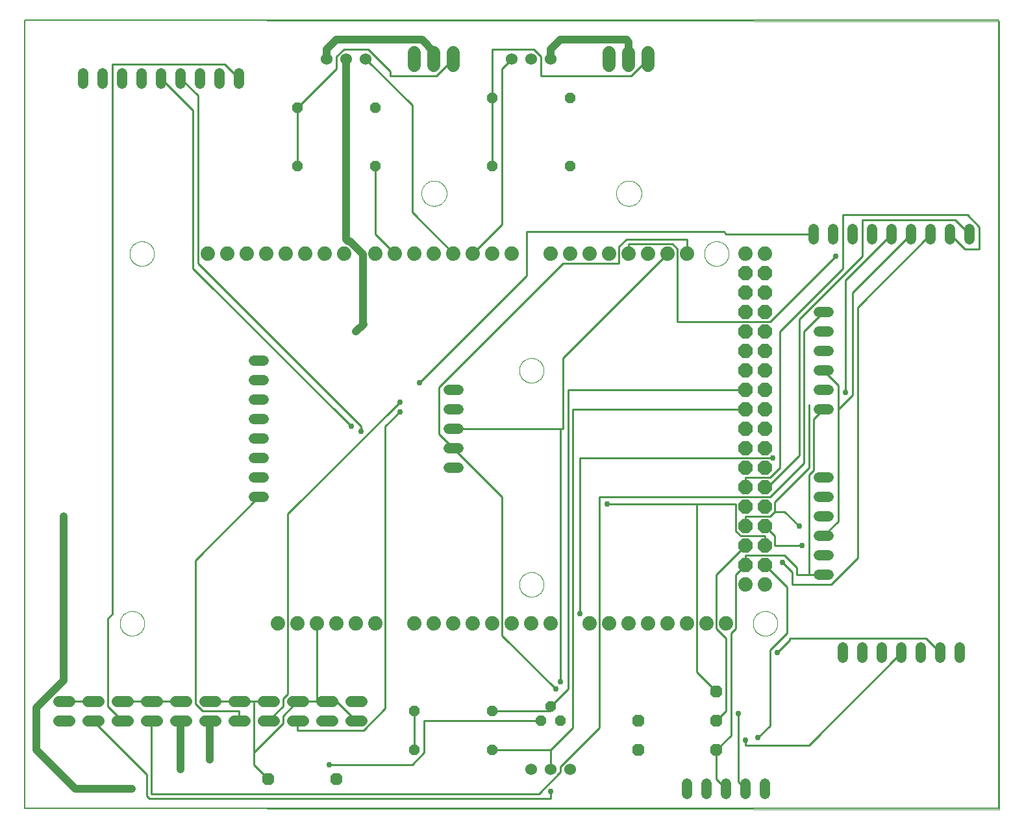
<source format=gtl>
G75*
%MOIN*%
%OFA0B0*%
%FSLAX25Y25*%
%IPPOS*%
%LPD*%
%AMOC8*
5,1,8,0,0,1.08239X$1,22.5*
%
%ADD10C,0.00000*%
%ADD11C,0.00600*%
%ADD12C,0.07400*%
%ADD13OC8,0.07400*%
%ADD14C,0.05200*%
%ADD15OC8,0.06300*%
%ADD16C,0.06000*%
%ADD17C,0.05600*%
%ADD18OC8,0.05200*%
%ADD19C,0.06600*%
%ADD20C,0.01000*%
%ADD21C,0.02978*%
%ADD22C,0.04000*%
D10*
X0026250Y0001500D02*
X0026250Y0406461D01*
X0526451Y0405961D01*
X0526451Y0001000D01*
X0026250Y0001500D01*
X0074951Y0096500D02*
X0074953Y0096658D01*
X0074959Y0096816D01*
X0074969Y0096974D01*
X0074983Y0097132D01*
X0075001Y0097289D01*
X0075022Y0097446D01*
X0075048Y0097602D01*
X0075078Y0097758D01*
X0075111Y0097913D01*
X0075149Y0098066D01*
X0075190Y0098219D01*
X0075235Y0098371D01*
X0075284Y0098522D01*
X0075337Y0098671D01*
X0075393Y0098819D01*
X0075453Y0098965D01*
X0075517Y0099110D01*
X0075585Y0099253D01*
X0075656Y0099395D01*
X0075730Y0099535D01*
X0075808Y0099672D01*
X0075890Y0099808D01*
X0075974Y0099942D01*
X0076063Y0100073D01*
X0076154Y0100202D01*
X0076249Y0100329D01*
X0076346Y0100454D01*
X0076447Y0100576D01*
X0076551Y0100695D01*
X0076658Y0100812D01*
X0076768Y0100926D01*
X0076881Y0101037D01*
X0076996Y0101146D01*
X0077114Y0101251D01*
X0077235Y0101353D01*
X0077358Y0101453D01*
X0077484Y0101549D01*
X0077612Y0101642D01*
X0077742Y0101732D01*
X0077875Y0101818D01*
X0078010Y0101902D01*
X0078146Y0101981D01*
X0078285Y0102058D01*
X0078426Y0102130D01*
X0078568Y0102200D01*
X0078712Y0102265D01*
X0078858Y0102327D01*
X0079005Y0102385D01*
X0079154Y0102440D01*
X0079304Y0102491D01*
X0079455Y0102538D01*
X0079607Y0102581D01*
X0079760Y0102620D01*
X0079915Y0102656D01*
X0080070Y0102687D01*
X0080226Y0102715D01*
X0080382Y0102739D01*
X0080539Y0102759D01*
X0080697Y0102775D01*
X0080854Y0102787D01*
X0081013Y0102795D01*
X0081171Y0102799D01*
X0081329Y0102799D01*
X0081487Y0102795D01*
X0081646Y0102787D01*
X0081803Y0102775D01*
X0081961Y0102759D01*
X0082118Y0102739D01*
X0082274Y0102715D01*
X0082430Y0102687D01*
X0082585Y0102656D01*
X0082740Y0102620D01*
X0082893Y0102581D01*
X0083045Y0102538D01*
X0083196Y0102491D01*
X0083346Y0102440D01*
X0083495Y0102385D01*
X0083642Y0102327D01*
X0083788Y0102265D01*
X0083932Y0102200D01*
X0084074Y0102130D01*
X0084215Y0102058D01*
X0084354Y0101981D01*
X0084490Y0101902D01*
X0084625Y0101818D01*
X0084758Y0101732D01*
X0084888Y0101642D01*
X0085016Y0101549D01*
X0085142Y0101453D01*
X0085265Y0101353D01*
X0085386Y0101251D01*
X0085504Y0101146D01*
X0085619Y0101037D01*
X0085732Y0100926D01*
X0085842Y0100812D01*
X0085949Y0100695D01*
X0086053Y0100576D01*
X0086154Y0100454D01*
X0086251Y0100329D01*
X0086346Y0100202D01*
X0086437Y0100073D01*
X0086526Y0099942D01*
X0086610Y0099808D01*
X0086692Y0099672D01*
X0086770Y0099535D01*
X0086844Y0099395D01*
X0086915Y0099253D01*
X0086983Y0099110D01*
X0087047Y0098965D01*
X0087107Y0098819D01*
X0087163Y0098671D01*
X0087216Y0098522D01*
X0087265Y0098371D01*
X0087310Y0098219D01*
X0087351Y0098066D01*
X0087389Y0097913D01*
X0087422Y0097758D01*
X0087452Y0097602D01*
X0087478Y0097446D01*
X0087499Y0097289D01*
X0087517Y0097132D01*
X0087531Y0096974D01*
X0087541Y0096816D01*
X0087547Y0096658D01*
X0087549Y0096500D01*
X0087547Y0096342D01*
X0087541Y0096184D01*
X0087531Y0096026D01*
X0087517Y0095868D01*
X0087499Y0095711D01*
X0087478Y0095554D01*
X0087452Y0095398D01*
X0087422Y0095242D01*
X0087389Y0095087D01*
X0087351Y0094934D01*
X0087310Y0094781D01*
X0087265Y0094629D01*
X0087216Y0094478D01*
X0087163Y0094329D01*
X0087107Y0094181D01*
X0087047Y0094035D01*
X0086983Y0093890D01*
X0086915Y0093747D01*
X0086844Y0093605D01*
X0086770Y0093465D01*
X0086692Y0093328D01*
X0086610Y0093192D01*
X0086526Y0093058D01*
X0086437Y0092927D01*
X0086346Y0092798D01*
X0086251Y0092671D01*
X0086154Y0092546D01*
X0086053Y0092424D01*
X0085949Y0092305D01*
X0085842Y0092188D01*
X0085732Y0092074D01*
X0085619Y0091963D01*
X0085504Y0091854D01*
X0085386Y0091749D01*
X0085265Y0091647D01*
X0085142Y0091547D01*
X0085016Y0091451D01*
X0084888Y0091358D01*
X0084758Y0091268D01*
X0084625Y0091182D01*
X0084490Y0091098D01*
X0084354Y0091019D01*
X0084215Y0090942D01*
X0084074Y0090870D01*
X0083932Y0090800D01*
X0083788Y0090735D01*
X0083642Y0090673D01*
X0083495Y0090615D01*
X0083346Y0090560D01*
X0083196Y0090509D01*
X0083045Y0090462D01*
X0082893Y0090419D01*
X0082740Y0090380D01*
X0082585Y0090344D01*
X0082430Y0090313D01*
X0082274Y0090285D01*
X0082118Y0090261D01*
X0081961Y0090241D01*
X0081803Y0090225D01*
X0081646Y0090213D01*
X0081487Y0090205D01*
X0081329Y0090201D01*
X0081171Y0090201D01*
X0081013Y0090205D01*
X0080854Y0090213D01*
X0080697Y0090225D01*
X0080539Y0090241D01*
X0080382Y0090261D01*
X0080226Y0090285D01*
X0080070Y0090313D01*
X0079915Y0090344D01*
X0079760Y0090380D01*
X0079607Y0090419D01*
X0079455Y0090462D01*
X0079304Y0090509D01*
X0079154Y0090560D01*
X0079005Y0090615D01*
X0078858Y0090673D01*
X0078712Y0090735D01*
X0078568Y0090800D01*
X0078426Y0090870D01*
X0078285Y0090942D01*
X0078146Y0091019D01*
X0078010Y0091098D01*
X0077875Y0091182D01*
X0077742Y0091268D01*
X0077612Y0091358D01*
X0077484Y0091451D01*
X0077358Y0091547D01*
X0077235Y0091647D01*
X0077114Y0091749D01*
X0076996Y0091854D01*
X0076881Y0091963D01*
X0076768Y0092074D01*
X0076658Y0092188D01*
X0076551Y0092305D01*
X0076447Y0092424D01*
X0076346Y0092546D01*
X0076249Y0092671D01*
X0076154Y0092798D01*
X0076063Y0092927D01*
X0075974Y0093058D01*
X0075890Y0093192D01*
X0075808Y0093328D01*
X0075730Y0093465D01*
X0075656Y0093605D01*
X0075585Y0093747D01*
X0075517Y0093890D01*
X0075453Y0094035D01*
X0075393Y0094181D01*
X0075337Y0094329D01*
X0075284Y0094478D01*
X0075235Y0094629D01*
X0075190Y0094781D01*
X0075149Y0094934D01*
X0075111Y0095087D01*
X0075078Y0095242D01*
X0075048Y0095398D01*
X0075022Y0095554D01*
X0075001Y0095711D01*
X0074983Y0095868D01*
X0074969Y0096026D01*
X0074959Y0096184D01*
X0074953Y0096342D01*
X0074951Y0096500D01*
X0279951Y0116500D02*
X0279953Y0116658D01*
X0279959Y0116816D01*
X0279969Y0116974D01*
X0279983Y0117132D01*
X0280001Y0117289D01*
X0280022Y0117446D01*
X0280048Y0117602D01*
X0280078Y0117758D01*
X0280111Y0117913D01*
X0280149Y0118066D01*
X0280190Y0118219D01*
X0280235Y0118371D01*
X0280284Y0118522D01*
X0280337Y0118671D01*
X0280393Y0118819D01*
X0280453Y0118965D01*
X0280517Y0119110D01*
X0280585Y0119253D01*
X0280656Y0119395D01*
X0280730Y0119535D01*
X0280808Y0119672D01*
X0280890Y0119808D01*
X0280974Y0119942D01*
X0281063Y0120073D01*
X0281154Y0120202D01*
X0281249Y0120329D01*
X0281346Y0120454D01*
X0281447Y0120576D01*
X0281551Y0120695D01*
X0281658Y0120812D01*
X0281768Y0120926D01*
X0281881Y0121037D01*
X0281996Y0121146D01*
X0282114Y0121251D01*
X0282235Y0121353D01*
X0282358Y0121453D01*
X0282484Y0121549D01*
X0282612Y0121642D01*
X0282742Y0121732D01*
X0282875Y0121818D01*
X0283010Y0121902D01*
X0283146Y0121981D01*
X0283285Y0122058D01*
X0283426Y0122130D01*
X0283568Y0122200D01*
X0283712Y0122265D01*
X0283858Y0122327D01*
X0284005Y0122385D01*
X0284154Y0122440D01*
X0284304Y0122491D01*
X0284455Y0122538D01*
X0284607Y0122581D01*
X0284760Y0122620D01*
X0284915Y0122656D01*
X0285070Y0122687D01*
X0285226Y0122715D01*
X0285382Y0122739D01*
X0285539Y0122759D01*
X0285697Y0122775D01*
X0285854Y0122787D01*
X0286013Y0122795D01*
X0286171Y0122799D01*
X0286329Y0122799D01*
X0286487Y0122795D01*
X0286646Y0122787D01*
X0286803Y0122775D01*
X0286961Y0122759D01*
X0287118Y0122739D01*
X0287274Y0122715D01*
X0287430Y0122687D01*
X0287585Y0122656D01*
X0287740Y0122620D01*
X0287893Y0122581D01*
X0288045Y0122538D01*
X0288196Y0122491D01*
X0288346Y0122440D01*
X0288495Y0122385D01*
X0288642Y0122327D01*
X0288788Y0122265D01*
X0288932Y0122200D01*
X0289074Y0122130D01*
X0289215Y0122058D01*
X0289354Y0121981D01*
X0289490Y0121902D01*
X0289625Y0121818D01*
X0289758Y0121732D01*
X0289888Y0121642D01*
X0290016Y0121549D01*
X0290142Y0121453D01*
X0290265Y0121353D01*
X0290386Y0121251D01*
X0290504Y0121146D01*
X0290619Y0121037D01*
X0290732Y0120926D01*
X0290842Y0120812D01*
X0290949Y0120695D01*
X0291053Y0120576D01*
X0291154Y0120454D01*
X0291251Y0120329D01*
X0291346Y0120202D01*
X0291437Y0120073D01*
X0291526Y0119942D01*
X0291610Y0119808D01*
X0291692Y0119672D01*
X0291770Y0119535D01*
X0291844Y0119395D01*
X0291915Y0119253D01*
X0291983Y0119110D01*
X0292047Y0118965D01*
X0292107Y0118819D01*
X0292163Y0118671D01*
X0292216Y0118522D01*
X0292265Y0118371D01*
X0292310Y0118219D01*
X0292351Y0118066D01*
X0292389Y0117913D01*
X0292422Y0117758D01*
X0292452Y0117602D01*
X0292478Y0117446D01*
X0292499Y0117289D01*
X0292517Y0117132D01*
X0292531Y0116974D01*
X0292541Y0116816D01*
X0292547Y0116658D01*
X0292549Y0116500D01*
X0292547Y0116342D01*
X0292541Y0116184D01*
X0292531Y0116026D01*
X0292517Y0115868D01*
X0292499Y0115711D01*
X0292478Y0115554D01*
X0292452Y0115398D01*
X0292422Y0115242D01*
X0292389Y0115087D01*
X0292351Y0114934D01*
X0292310Y0114781D01*
X0292265Y0114629D01*
X0292216Y0114478D01*
X0292163Y0114329D01*
X0292107Y0114181D01*
X0292047Y0114035D01*
X0291983Y0113890D01*
X0291915Y0113747D01*
X0291844Y0113605D01*
X0291770Y0113465D01*
X0291692Y0113328D01*
X0291610Y0113192D01*
X0291526Y0113058D01*
X0291437Y0112927D01*
X0291346Y0112798D01*
X0291251Y0112671D01*
X0291154Y0112546D01*
X0291053Y0112424D01*
X0290949Y0112305D01*
X0290842Y0112188D01*
X0290732Y0112074D01*
X0290619Y0111963D01*
X0290504Y0111854D01*
X0290386Y0111749D01*
X0290265Y0111647D01*
X0290142Y0111547D01*
X0290016Y0111451D01*
X0289888Y0111358D01*
X0289758Y0111268D01*
X0289625Y0111182D01*
X0289490Y0111098D01*
X0289354Y0111019D01*
X0289215Y0110942D01*
X0289074Y0110870D01*
X0288932Y0110800D01*
X0288788Y0110735D01*
X0288642Y0110673D01*
X0288495Y0110615D01*
X0288346Y0110560D01*
X0288196Y0110509D01*
X0288045Y0110462D01*
X0287893Y0110419D01*
X0287740Y0110380D01*
X0287585Y0110344D01*
X0287430Y0110313D01*
X0287274Y0110285D01*
X0287118Y0110261D01*
X0286961Y0110241D01*
X0286803Y0110225D01*
X0286646Y0110213D01*
X0286487Y0110205D01*
X0286329Y0110201D01*
X0286171Y0110201D01*
X0286013Y0110205D01*
X0285854Y0110213D01*
X0285697Y0110225D01*
X0285539Y0110241D01*
X0285382Y0110261D01*
X0285226Y0110285D01*
X0285070Y0110313D01*
X0284915Y0110344D01*
X0284760Y0110380D01*
X0284607Y0110419D01*
X0284455Y0110462D01*
X0284304Y0110509D01*
X0284154Y0110560D01*
X0284005Y0110615D01*
X0283858Y0110673D01*
X0283712Y0110735D01*
X0283568Y0110800D01*
X0283426Y0110870D01*
X0283285Y0110942D01*
X0283146Y0111019D01*
X0283010Y0111098D01*
X0282875Y0111182D01*
X0282742Y0111268D01*
X0282612Y0111358D01*
X0282484Y0111451D01*
X0282358Y0111547D01*
X0282235Y0111647D01*
X0282114Y0111749D01*
X0281996Y0111854D01*
X0281881Y0111963D01*
X0281768Y0112074D01*
X0281658Y0112188D01*
X0281551Y0112305D01*
X0281447Y0112424D01*
X0281346Y0112546D01*
X0281249Y0112671D01*
X0281154Y0112798D01*
X0281063Y0112927D01*
X0280974Y0113058D01*
X0280890Y0113192D01*
X0280808Y0113328D01*
X0280730Y0113465D01*
X0280656Y0113605D01*
X0280585Y0113747D01*
X0280517Y0113890D01*
X0280453Y0114035D01*
X0280393Y0114181D01*
X0280337Y0114329D01*
X0280284Y0114478D01*
X0280235Y0114629D01*
X0280190Y0114781D01*
X0280149Y0114934D01*
X0280111Y0115087D01*
X0280078Y0115242D01*
X0280048Y0115398D01*
X0280022Y0115554D01*
X0280001Y0115711D01*
X0279983Y0115868D01*
X0279969Y0116026D01*
X0279959Y0116184D01*
X0279953Y0116342D01*
X0279951Y0116500D01*
X0399951Y0096500D02*
X0399953Y0096658D01*
X0399959Y0096816D01*
X0399969Y0096974D01*
X0399983Y0097132D01*
X0400001Y0097289D01*
X0400022Y0097446D01*
X0400048Y0097602D01*
X0400078Y0097758D01*
X0400111Y0097913D01*
X0400149Y0098066D01*
X0400190Y0098219D01*
X0400235Y0098371D01*
X0400284Y0098522D01*
X0400337Y0098671D01*
X0400393Y0098819D01*
X0400453Y0098965D01*
X0400517Y0099110D01*
X0400585Y0099253D01*
X0400656Y0099395D01*
X0400730Y0099535D01*
X0400808Y0099672D01*
X0400890Y0099808D01*
X0400974Y0099942D01*
X0401063Y0100073D01*
X0401154Y0100202D01*
X0401249Y0100329D01*
X0401346Y0100454D01*
X0401447Y0100576D01*
X0401551Y0100695D01*
X0401658Y0100812D01*
X0401768Y0100926D01*
X0401881Y0101037D01*
X0401996Y0101146D01*
X0402114Y0101251D01*
X0402235Y0101353D01*
X0402358Y0101453D01*
X0402484Y0101549D01*
X0402612Y0101642D01*
X0402742Y0101732D01*
X0402875Y0101818D01*
X0403010Y0101902D01*
X0403146Y0101981D01*
X0403285Y0102058D01*
X0403426Y0102130D01*
X0403568Y0102200D01*
X0403712Y0102265D01*
X0403858Y0102327D01*
X0404005Y0102385D01*
X0404154Y0102440D01*
X0404304Y0102491D01*
X0404455Y0102538D01*
X0404607Y0102581D01*
X0404760Y0102620D01*
X0404915Y0102656D01*
X0405070Y0102687D01*
X0405226Y0102715D01*
X0405382Y0102739D01*
X0405539Y0102759D01*
X0405697Y0102775D01*
X0405854Y0102787D01*
X0406013Y0102795D01*
X0406171Y0102799D01*
X0406329Y0102799D01*
X0406487Y0102795D01*
X0406646Y0102787D01*
X0406803Y0102775D01*
X0406961Y0102759D01*
X0407118Y0102739D01*
X0407274Y0102715D01*
X0407430Y0102687D01*
X0407585Y0102656D01*
X0407740Y0102620D01*
X0407893Y0102581D01*
X0408045Y0102538D01*
X0408196Y0102491D01*
X0408346Y0102440D01*
X0408495Y0102385D01*
X0408642Y0102327D01*
X0408788Y0102265D01*
X0408932Y0102200D01*
X0409074Y0102130D01*
X0409215Y0102058D01*
X0409354Y0101981D01*
X0409490Y0101902D01*
X0409625Y0101818D01*
X0409758Y0101732D01*
X0409888Y0101642D01*
X0410016Y0101549D01*
X0410142Y0101453D01*
X0410265Y0101353D01*
X0410386Y0101251D01*
X0410504Y0101146D01*
X0410619Y0101037D01*
X0410732Y0100926D01*
X0410842Y0100812D01*
X0410949Y0100695D01*
X0411053Y0100576D01*
X0411154Y0100454D01*
X0411251Y0100329D01*
X0411346Y0100202D01*
X0411437Y0100073D01*
X0411526Y0099942D01*
X0411610Y0099808D01*
X0411692Y0099672D01*
X0411770Y0099535D01*
X0411844Y0099395D01*
X0411915Y0099253D01*
X0411983Y0099110D01*
X0412047Y0098965D01*
X0412107Y0098819D01*
X0412163Y0098671D01*
X0412216Y0098522D01*
X0412265Y0098371D01*
X0412310Y0098219D01*
X0412351Y0098066D01*
X0412389Y0097913D01*
X0412422Y0097758D01*
X0412452Y0097602D01*
X0412478Y0097446D01*
X0412499Y0097289D01*
X0412517Y0097132D01*
X0412531Y0096974D01*
X0412541Y0096816D01*
X0412547Y0096658D01*
X0412549Y0096500D01*
X0412547Y0096342D01*
X0412541Y0096184D01*
X0412531Y0096026D01*
X0412517Y0095868D01*
X0412499Y0095711D01*
X0412478Y0095554D01*
X0412452Y0095398D01*
X0412422Y0095242D01*
X0412389Y0095087D01*
X0412351Y0094934D01*
X0412310Y0094781D01*
X0412265Y0094629D01*
X0412216Y0094478D01*
X0412163Y0094329D01*
X0412107Y0094181D01*
X0412047Y0094035D01*
X0411983Y0093890D01*
X0411915Y0093747D01*
X0411844Y0093605D01*
X0411770Y0093465D01*
X0411692Y0093328D01*
X0411610Y0093192D01*
X0411526Y0093058D01*
X0411437Y0092927D01*
X0411346Y0092798D01*
X0411251Y0092671D01*
X0411154Y0092546D01*
X0411053Y0092424D01*
X0410949Y0092305D01*
X0410842Y0092188D01*
X0410732Y0092074D01*
X0410619Y0091963D01*
X0410504Y0091854D01*
X0410386Y0091749D01*
X0410265Y0091647D01*
X0410142Y0091547D01*
X0410016Y0091451D01*
X0409888Y0091358D01*
X0409758Y0091268D01*
X0409625Y0091182D01*
X0409490Y0091098D01*
X0409354Y0091019D01*
X0409215Y0090942D01*
X0409074Y0090870D01*
X0408932Y0090800D01*
X0408788Y0090735D01*
X0408642Y0090673D01*
X0408495Y0090615D01*
X0408346Y0090560D01*
X0408196Y0090509D01*
X0408045Y0090462D01*
X0407893Y0090419D01*
X0407740Y0090380D01*
X0407585Y0090344D01*
X0407430Y0090313D01*
X0407274Y0090285D01*
X0407118Y0090261D01*
X0406961Y0090241D01*
X0406803Y0090225D01*
X0406646Y0090213D01*
X0406487Y0090205D01*
X0406329Y0090201D01*
X0406171Y0090201D01*
X0406013Y0090205D01*
X0405854Y0090213D01*
X0405697Y0090225D01*
X0405539Y0090241D01*
X0405382Y0090261D01*
X0405226Y0090285D01*
X0405070Y0090313D01*
X0404915Y0090344D01*
X0404760Y0090380D01*
X0404607Y0090419D01*
X0404455Y0090462D01*
X0404304Y0090509D01*
X0404154Y0090560D01*
X0404005Y0090615D01*
X0403858Y0090673D01*
X0403712Y0090735D01*
X0403568Y0090800D01*
X0403426Y0090870D01*
X0403285Y0090942D01*
X0403146Y0091019D01*
X0403010Y0091098D01*
X0402875Y0091182D01*
X0402742Y0091268D01*
X0402612Y0091358D01*
X0402484Y0091451D01*
X0402358Y0091547D01*
X0402235Y0091647D01*
X0402114Y0091749D01*
X0401996Y0091854D01*
X0401881Y0091963D01*
X0401768Y0092074D01*
X0401658Y0092188D01*
X0401551Y0092305D01*
X0401447Y0092424D01*
X0401346Y0092546D01*
X0401249Y0092671D01*
X0401154Y0092798D01*
X0401063Y0092927D01*
X0400974Y0093058D01*
X0400890Y0093192D01*
X0400808Y0093328D01*
X0400730Y0093465D01*
X0400656Y0093605D01*
X0400585Y0093747D01*
X0400517Y0093890D01*
X0400453Y0094035D01*
X0400393Y0094181D01*
X0400337Y0094329D01*
X0400284Y0094478D01*
X0400235Y0094629D01*
X0400190Y0094781D01*
X0400149Y0094934D01*
X0400111Y0095087D01*
X0400078Y0095242D01*
X0400048Y0095398D01*
X0400022Y0095554D01*
X0400001Y0095711D01*
X0399983Y0095868D01*
X0399969Y0096026D01*
X0399959Y0096184D01*
X0399953Y0096342D01*
X0399951Y0096500D01*
X0279951Y0226500D02*
X0279953Y0226658D01*
X0279959Y0226816D01*
X0279969Y0226974D01*
X0279983Y0227132D01*
X0280001Y0227289D01*
X0280022Y0227446D01*
X0280048Y0227602D01*
X0280078Y0227758D01*
X0280111Y0227913D01*
X0280149Y0228066D01*
X0280190Y0228219D01*
X0280235Y0228371D01*
X0280284Y0228522D01*
X0280337Y0228671D01*
X0280393Y0228819D01*
X0280453Y0228965D01*
X0280517Y0229110D01*
X0280585Y0229253D01*
X0280656Y0229395D01*
X0280730Y0229535D01*
X0280808Y0229672D01*
X0280890Y0229808D01*
X0280974Y0229942D01*
X0281063Y0230073D01*
X0281154Y0230202D01*
X0281249Y0230329D01*
X0281346Y0230454D01*
X0281447Y0230576D01*
X0281551Y0230695D01*
X0281658Y0230812D01*
X0281768Y0230926D01*
X0281881Y0231037D01*
X0281996Y0231146D01*
X0282114Y0231251D01*
X0282235Y0231353D01*
X0282358Y0231453D01*
X0282484Y0231549D01*
X0282612Y0231642D01*
X0282742Y0231732D01*
X0282875Y0231818D01*
X0283010Y0231902D01*
X0283146Y0231981D01*
X0283285Y0232058D01*
X0283426Y0232130D01*
X0283568Y0232200D01*
X0283712Y0232265D01*
X0283858Y0232327D01*
X0284005Y0232385D01*
X0284154Y0232440D01*
X0284304Y0232491D01*
X0284455Y0232538D01*
X0284607Y0232581D01*
X0284760Y0232620D01*
X0284915Y0232656D01*
X0285070Y0232687D01*
X0285226Y0232715D01*
X0285382Y0232739D01*
X0285539Y0232759D01*
X0285697Y0232775D01*
X0285854Y0232787D01*
X0286013Y0232795D01*
X0286171Y0232799D01*
X0286329Y0232799D01*
X0286487Y0232795D01*
X0286646Y0232787D01*
X0286803Y0232775D01*
X0286961Y0232759D01*
X0287118Y0232739D01*
X0287274Y0232715D01*
X0287430Y0232687D01*
X0287585Y0232656D01*
X0287740Y0232620D01*
X0287893Y0232581D01*
X0288045Y0232538D01*
X0288196Y0232491D01*
X0288346Y0232440D01*
X0288495Y0232385D01*
X0288642Y0232327D01*
X0288788Y0232265D01*
X0288932Y0232200D01*
X0289074Y0232130D01*
X0289215Y0232058D01*
X0289354Y0231981D01*
X0289490Y0231902D01*
X0289625Y0231818D01*
X0289758Y0231732D01*
X0289888Y0231642D01*
X0290016Y0231549D01*
X0290142Y0231453D01*
X0290265Y0231353D01*
X0290386Y0231251D01*
X0290504Y0231146D01*
X0290619Y0231037D01*
X0290732Y0230926D01*
X0290842Y0230812D01*
X0290949Y0230695D01*
X0291053Y0230576D01*
X0291154Y0230454D01*
X0291251Y0230329D01*
X0291346Y0230202D01*
X0291437Y0230073D01*
X0291526Y0229942D01*
X0291610Y0229808D01*
X0291692Y0229672D01*
X0291770Y0229535D01*
X0291844Y0229395D01*
X0291915Y0229253D01*
X0291983Y0229110D01*
X0292047Y0228965D01*
X0292107Y0228819D01*
X0292163Y0228671D01*
X0292216Y0228522D01*
X0292265Y0228371D01*
X0292310Y0228219D01*
X0292351Y0228066D01*
X0292389Y0227913D01*
X0292422Y0227758D01*
X0292452Y0227602D01*
X0292478Y0227446D01*
X0292499Y0227289D01*
X0292517Y0227132D01*
X0292531Y0226974D01*
X0292541Y0226816D01*
X0292547Y0226658D01*
X0292549Y0226500D01*
X0292547Y0226342D01*
X0292541Y0226184D01*
X0292531Y0226026D01*
X0292517Y0225868D01*
X0292499Y0225711D01*
X0292478Y0225554D01*
X0292452Y0225398D01*
X0292422Y0225242D01*
X0292389Y0225087D01*
X0292351Y0224934D01*
X0292310Y0224781D01*
X0292265Y0224629D01*
X0292216Y0224478D01*
X0292163Y0224329D01*
X0292107Y0224181D01*
X0292047Y0224035D01*
X0291983Y0223890D01*
X0291915Y0223747D01*
X0291844Y0223605D01*
X0291770Y0223465D01*
X0291692Y0223328D01*
X0291610Y0223192D01*
X0291526Y0223058D01*
X0291437Y0222927D01*
X0291346Y0222798D01*
X0291251Y0222671D01*
X0291154Y0222546D01*
X0291053Y0222424D01*
X0290949Y0222305D01*
X0290842Y0222188D01*
X0290732Y0222074D01*
X0290619Y0221963D01*
X0290504Y0221854D01*
X0290386Y0221749D01*
X0290265Y0221647D01*
X0290142Y0221547D01*
X0290016Y0221451D01*
X0289888Y0221358D01*
X0289758Y0221268D01*
X0289625Y0221182D01*
X0289490Y0221098D01*
X0289354Y0221019D01*
X0289215Y0220942D01*
X0289074Y0220870D01*
X0288932Y0220800D01*
X0288788Y0220735D01*
X0288642Y0220673D01*
X0288495Y0220615D01*
X0288346Y0220560D01*
X0288196Y0220509D01*
X0288045Y0220462D01*
X0287893Y0220419D01*
X0287740Y0220380D01*
X0287585Y0220344D01*
X0287430Y0220313D01*
X0287274Y0220285D01*
X0287118Y0220261D01*
X0286961Y0220241D01*
X0286803Y0220225D01*
X0286646Y0220213D01*
X0286487Y0220205D01*
X0286329Y0220201D01*
X0286171Y0220201D01*
X0286013Y0220205D01*
X0285854Y0220213D01*
X0285697Y0220225D01*
X0285539Y0220241D01*
X0285382Y0220261D01*
X0285226Y0220285D01*
X0285070Y0220313D01*
X0284915Y0220344D01*
X0284760Y0220380D01*
X0284607Y0220419D01*
X0284455Y0220462D01*
X0284304Y0220509D01*
X0284154Y0220560D01*
X0284005Y0220615D01*
X0283858Y0220673D01*
X0283712Y0220735D01*
X0283568Y0220800D01*
X0283426Y0220870D01*
X0283285Y0220942D01*
X0283146Y0221019D01*
X0283010Y0221098D01*
X0282875Y0221182D01*
X0282742Y0221268D01*
X0282612Y0221358D01*
X0282484Y0221451D01*
X0282358Y0221547D01*
X0282235Y0221647D01*
X0282114Y0221749D01*
X0281996Y0221854D01*
X0281881Y0221963D01*
X0281768Y0222074D01*
X0281658Y0222188D01*
X0281551Y0222305D01*
X0281447Y0222424D01*
X0281346Y0222546D01*
X0281249Y0222671D01*
X0281154Y0222798D01*
X0281063Y0222927D01*
X0280974Y0223058D01*
X0280890Y0223192D01*
X0280808Y0223328D01*
X0280730Y0223465D01*
X0280656Y0223605D01*
X0280585Y0223747D01*
X0280517Y0223890D01*
X0280453Y0224035D01*
X0280393Y0224181D01*
X0280337Y0224329D01*
X0280284Y0224478D01*
X0280235Y0224629D01*
X0280190Y0224781D01*
X0280149Y0224934D01*
X0280111Y0225087D01*
X0280078Y0225242D01*
X0280048Y0225398D01*
X0280022Y0225554D01*
X0280001Y0225711D01*
X0279983Y0225868D01*
X0279969Y0226026D01*
X0279959Y0226184D01*
X0279953Y0226342D01*
X0279951Y0226500D01*
X0374951Y0286500D02*
X0374953Y0286658D01*
X0374959Y0286816D01*
X0374969Y0286974D01*
X0374983Y0287132D01*
X0375001Y0287289D01*
X0375022Y0287446D01*
X0375048Y0287602D01*
X0375078Y0287758D01*
X0375111Y0287913D01*
X0375149Y0288066D01*
X0375190Y0288219D01*
X0375235Y0288371D01*
X0375284Y0288522D01*
X0375337Y0288671D01*
X0375393Y0288819D01*
X0375453Y0288965D01*
X0375517Y0289110D01*
X0375585Y0289253D01*
X0375656Y0289395D01*
X0375730Y0289535D01*
X0375808Y0289672D01*
X0375890Y0289808D01*
X0375974Y0289942D01*
X0376063Y0290073D01*
X0376154Y0290202D01*
X0376249Y0290329D01*
X0376346Y0290454D01*
X0376447Y0290576D01*
X0376551Y0290695D01*
X0376658Y0290812D01*
X0376768Y0290926D01*
X0376881Y0291037D01*
X0376996Y0291146D01*
X0377114Y0291251D01*
X0377235Y0291353D01*
X0377358Y0291453D01*
X0377484Y0291549D01*
X0377612Y0291642D01*
X0377742Y0291732D01*
X0377875Y0291818D01*
X0378010Y0291902D01*
X0378146Y0291981D01*
X0378285Y0292058D01*
X0378426Y0292130D01*
X0378568Y0292200D01*
X0378712Y0292265D01*
X0378858Y0292327D01*
X0379005Y0292385D01*
X0379154Y0292440D01*
X0379304Y0292491D01*
X0379455Y0292538D01*
X0379607Y0292581D01*
X0379760Y0292620D01*
X0379915Y0292656D01*
X0380070Y0292687D01*
X0380226Y0292715D01*
X0380382Y0292739D01*
X0380539Y0292759D01*
X0380697Y0292775D01*
X0380854Y0292787D01*
X0381013Y0292795D01*
X0381171Y0292799D01*
X0381329Y0292799D01*
X0381487Y0292795D01*
X0381646Y0292787D01*
X0381803Y0292775D01*
X0381961Y0292759D01*
X0382118Y0292739D01*
X0382274Y0292715D01*
X0382430Y0292687D01*
X0382585Y0292656D01*
X0382740Y0292620D01*
X0382893Y0292581D01*
X0383045Y0292538D01*
X0383196Y0292491D01*
X0383346Y0292440D01*
X0383495Y0292385D01*
X0383642Y0292327D01*
X0383788Y0292265D01*
X0383932Y0292200D01*
X0384074Y0292130D01*
X0384215Y0292058D01*
X0384354Y0291981D01*
X0384490Y0291902D01*
X0384625Y0291818D01*
X0384758Y0291732D01*
X0384888Y0291642D01*
X0385016Y0291549D01*
X0385142Y0291453D01*
X0385265Y0291353D01*
X0385386Y0291251D01*
X0385504Y0291146D01*
X0385619Y0291037D01*
X0385732Y0290926D01*
X0385842Y0290812D01*
X0385949Y0290695D01*
X0386053Y0290576D01*
X0386154Y0290454D01*
X0386251Y0290329D01*
X0386346Y0290202D01*
X0386437Y0290073D01*
X0386526Y0289942D01*
X0386610Y0289808D01*
X0386692Y0289672D01*
X0386770Y0289535D01*
X0386844Y0289395D01*
X0386915Y0289253D01*
X0386983Y0289110D01*
X0387047Y0288965D01*
X0387107Y0288819D01*
X0387163Y0288671D01*
X0387216Y0288522D01*
X0387265Y0288371D01*
X0387310Y0288219D01*
X0387351Y0288066D01*
X0387389Y0287913D01*
X0387422Y0287758D01*
X0387452Y0287602D01*
X0387478Y0287446D01*
X0387499Y0287289D01*
X0387517Y0287132D01*
X0387531Y0286974D01*
X0387541Y0286816D01*
X0387547Y0286658D01*
X0387549Y0286500D01*
X0387547Y0286342D01*
X0387541Y0286184D01*
X0387531Y0286026D01*
X0387517Y0285868D01*
X0387499Y0285711D01*
X0387478Y0285554D01*
X0387452Y0285398D01*
X0387422Y0285242D01*
X0387389Y0285087D01*
X0387351Y0284934D01*
X0387310Y0284781D01*
X0387265Y0284629D01*
X0387216Y0284478D01*
X0387163Y0284329D01*
X0387107Y0284181D01*
X0387047Y0284035D01*
X0386983Y0283890D01*
X0386915Y0283747D01*
X0386844Y0283605D01*
X0386770Y0283465D01*
X0386692Y0283328D01*
X0386610Y0283192D01*
X0386526Y0283058D01*
X0386437Y0282927D01*
X0386346Y0282798D01*
X0386251Y0282671D01*
X0386154Y0282546D01*
X0386053Y0282424D01*
X0385949Y0282305D01*
X0385842Y0282188D01*
X0385732Y0282074D01*
X0385619Y0281963D01*
X0385504Y0281854D01*
X0385386Y0281749D01*
X0385265Y0281647D01*
X0385142Y0281547D01*
X0385016Y0281451D01*
X0384888Y0281358D01*
X0384758Y0281268D01*
X0384625Y0281182D01*
X0384490Y0281098D01*
X0384354Y0281019D01*
X0384215Y0280942D01*
X0384074Y0280870D01*
X0383932Y0280800D01*
X0383788Y0280735D01*
X0383642Y0280673D01*
X0383495Y0280615D01*
X0383346Y0280560D01*
X0383196Y0280509D01*
X0383045Y0280462D01*
X0382893Y0280419D01*
X0382740Y0280380D01*
X0382585Y0280344D01*
X0382430Y0280313D01*
X0382274Y0280285D01*
X0382118Y0280261D01*
X0381961Y0280241D01*
X0381803Y0280225D01*
X0381646Y0280213D01*
X0381487Y0280205D01*
X0381329Y0280201D01*
X0381171Y0280201D01*
X0381013Y0280205D01*
X0380854Y0280213D01*
X0380697Y0280225D01*
X0380539Y0280241D01*
X0380382Y0280261D01*
X0380226Y0280285D01*
X0380070Y0280313D01*
X0379915Y0280344D01*
X0379760Y0280380D01*
X0379607Y0280419D01*
X0379455Y0280462D01*
X0379304Y0280509D01*
X0379154Y0280560D01*
X0379005Y0280615D01*
X0378858Y0280673D01*
X0378712Y0280735D01*
X0378568Y0280800D01*
X0378426Y0280870D01*
X0378285Y0280942D01*
X0378146Y0281019D01*
X0378010Y0281098D01*
X0377875Y0281182D01*
X0377742Y0281268D01*
X0377612Y0281358D01*
X0377484Y0281451D01*
X0377358Y0281547D01*
X0377235Y0281647D01*
X0377114Y0281749D01*
X0376996Y0281854D01*
X0376881Y0281963D01*
X0376768Y0282074D01*
X0376658Y0282188D01*
X0376551Y0282305D01*
X0376447Y0282424D01*
X0376346Y0282546D01*
X0376249Y0282671D01*
X0376154Y0282798D01*
X0376063Y0282927D01*
X0375974Y0283058D01*
X0375890Y0283192D01*
X0375808Y0283328D01*
X0375730Y0283465D01*
X0375656Y0283605D01*
X0375585Y0283747D01*
X0375517Y0283890D01*
X0375453Y0284035D01*
X0375393Y0284181D01*
X0375337Y0284329D01*
X0375284Y0284478D01*
X0375235Y0284629D01*
X0375190Y0284781D01*
X0375149Y0284934D01*
X0375111Y0285087D01*
X0375078Y0285242D01*
X0375048Y0285398D01*
X0375022Y0285554D01*
X0375001Y0285711D01*
X0374983Y0285868D01*
X0374969Y0286026D01*
X0374959Y0286184D01*
X0374953Y0286342D01*
X0374951Y0286500D01*
X0329750Y0317500D02*
X0329752Y0317661D01*
X0329758Y0317821D01*
X0329768Y0317982D01*
X0329782Y0318142D01*
X0329800Y0318302D01*
X0329821Y0318461D01*
X0329847Y0318620D01*
X0329877Y0318778D01*
X0329910Y0318935D01*
X0329948Y0319092D01*
X0329989Y0319247D01*
X0330034Y0319401D01*
X0330083Y0319554D01*
X0330136Y0319706D01*
X0330192Y0319857D01*
X0330253Y0320006D01*
X0330316Y0320154D01*
X0330384Y0320300D01*
X0330455Y0320444D01*
X0330529Y0320586D01*
X0330607Y0320727D01*
X0330689Y0320865D01*
X0330774Y0321002D01*
X0330862Y0321136D01*
X0330954Y0321268D01*
X0331049Y0321398D01*
X0331147Y0321526D01*
X0331248Y0321651D01*
X0331352Y0321773D01*
X0331459Y0321893D01*
X0331569Y0322010D01*
X0331682Y0322125D01*
X0331798Y0322236D01*
X0331917Y0322345D01*
X0332038Y0322450D01*
X0332162Y0322553D01*
X0332288Y0322653D01*
X0332416Y0322749D01*
X0332547Y0322842D01*
X0332681Y0322932D01*
X0332816Y0323019D01*
X0332954Y0323102D01*
X0333093Y0323182D01*
X0333235Y0323258D01*
X0333378Y0323331D01*
X0333523Y0323400D01*
X0333670Y0323466D01*
X0333818Y0323528D01*
X0333968Y0323586D01*
X0334119Y0323641D01*
X0334272Y0323692D01*
X0334426Y0323739D01*
X0334581Y0323782D01*
X0334737Y0323821D01*
X0334893Y0323857D01*
X0335051Y0323888D01*
X0335209Y0323916D01*
X0335368Y0323940D01*
X0335528Y0323960D01*
X0335688Y0323976D01*
X0335848Y0323988D01*
X0336009Y0323996D01*
X0336170Y0324000D01*
X0336330Y0324000D01*
X0336491Y0323996D01*
X0336652Y0323988D01*
X0336812Y0323976D01*
X0336972Y0323960D01*
X0337132Y0323940D01*
X0337291Y0323916D01*
X0337449Y0323888D01*
X0337607Y0323857D01*
X0337763Y0323821D01*
X0337919Y0323782D01*
X0338074Y0323739D01*
X0338228Y0323692D01*
X0338381Y0323641D01*
X0338532Y0323586D01*
X0338682Y0323528D01*
X0338830Y0323466D01*
X0338977Y0323400D01*
X0339122Y0323331D01*
X0339265Y0323258D01*
X0339407Y0323182D01*
X0339546Y0323102D01*
X0339684Y0323019D01*
X0339819Y0322932D01*
X0339953Y0322842D01*
X0340084Y0322749D01*
X0340212Y0322653D01*
X0340338Y0322553D01*
X0340462Y0322450D01*
X0340583Y0322345D01*
X0340702Y0322236D01*
X0340818Y0322125D01*
X0340931Y0322010D01*
X0341041Y0321893D01*
X0341148Y0321773D01*
X0341252Y0321651D01*
X0341353Y0321526D01*
X0341451Y0321398D01*
X0341546Y0321268D01*
X0341638Y0321136D01*
X0341726Y0321002D01*
X0341811Y0320865D01*
X0341893Y0320727D01*
X0341971Y0320586D01*
X0342045Y0320444D01*
X0342116Y0320300D01*
X0342184Y0320154D01*
X0342247Y0320006D01*
X0342308Y0319857D01*
X0342364Y0319706D01*
X0342417Y0319554D01*
X0342466Y0319401D01*
X0342511Y0319247D01*
X0342552Y0319092D01*
X0342590Y0318935D01*
X0342623Y0318778D01*
X0342653Y0318620D01*
X0342679Y0318461D01*
X0342700Y0318302D01*
X0342718Y0318142D01*
X0342732Y0317982D01*
X0342742Y0317821D01*
X0342748Y0317661D01*
X0342750Y0317500D01*
X0342748Y0317339D01*
X0342742Y0317179D01*
X0342732Y0317018D01*
X0342718Y0316858D01*
X0342700Y0316698D01*
X0342679Y0316539D01*
X0342653Y0316380D01*
X0342623Y0316222D01*
X0342590Y0316065D01*
X0342552Y0315908D01*
X0342511Y0315753D01*
X0342466Y0315599D01*
X0342417Y0315446D01*
X0342364Y0315294D01*
X0342308Y0315143D01*
X0342247Y0314994D01*
X0342184Y0314846D01*
X0342116Y0314700D01*
X0342045Y0314556D01*
X0341971Y0314414D01*
X0341893Y0314273D01*
X0341811Y0314135D01*
X0341726Y0313998D01*
X0341638Y0313864D01*
X0341546Y0313732D01*
X0341451Y0313602D01*
X0341353Y0313474D01*
X0341252Y0313349D01*
X0341148Y0313227D01*
X0341041Y0313107D01*
X0340931Y0312990D01*
X0340818Y0312875D01*
X0340702Y0312764D01*
X0340583Y0312655D01*
X0340462Y0312550D01*
X0340338Y0312447D01*
X0340212Y0312347D01*
X0340084Y0312251D01*
X0339953Y0312158D01*
X0339819Y0312068D01*
X0339684Y0311981D01*
X0339546Y0311898D01*
X0339407Y0311818D01*
X0339265Y0311742D01*
X0339122Y0311669D01*
X0338977Y0311600D01*
X0338830Y0311534D01*
X0338682Y0311472D01*
X0338532Y0311414D01*
X0338381Y0311359D01*
X0338228Y0311308D01*
X0338074Y0311261D01*
X0337919Y0311218D01*
X0337763Y0311179D01*
X0337607Y0311143D01*
X0337449Y0311112D01*
X0337291Y0311084D01*
X0337132Y0311060D01*
X0336972Y0311040D01*
X0336812Y0311024D01*
X0336652Y0311012D01*
X0336491Y0311004D01*
X0336330Y0311000D01*
X0336170Y0311000D01*
X0336009Y0311004D01*
X0335848Y0311012D01*
X0335688Y0311024D01*
X0335528Y0311040D01*
X0335368Y0311060D01*
X0335209Y0311084D01*
X0335051Y0311112D01*
X0334893Y0311143D01*
X0334737Y0311179D01*
X0334581Y0311218D01*
X0334426Y0311261D01*
X0334272Y0311308D01*
X0334119Y0311359D01*
X0333968Y0311414D01*
X0333818Y0311472D01*
X0333670Y0311534D01*
X0333523Y0311600D01*
X0333378Y0311669D01*
X0333235Y0311742D01*
X0333093Y0311818D01*
X0332954Y0311898D01*
X0332816Y0311981D01*
X0332681Y0312068D01*
X0332547Y0312158D01*
X0332416Y0312251D01*
X0332288Y0312347D01*
X0332162Y0312447D01*
X0332038Y0312550D01*
X0331917Y0312655D01*
X0331798Y0312764D01*
X0331682Y0312875D01*
X0331569Y0312990D01*
X0331459Y0313107D01*
X0331352Y0313227D01*
X0331248Y0313349D01*
X0331147Y0313474D01*
X0331049Y0313602D01*
X0330954Y0313732D01*
X0330862Y0313864D01*
X0330774Y0313998D01*
X0330689Y0314135D01*
X0330607Y0314273D01*
X0330529Y0314414D01*
X0330455Y0314556D01*
X0330384Y0314700D01*
X0330316Y0314846D01*
X0330253Y0314994D01*
X0330192Y0315143D01*
X0330136Y0315294D01*
X0330083Y0315446D01*
X0330034Y0315599D01*
X0329989Y0315753D01*
X0329948Y0315908D01*
X0329910Y0316065D01*
X0329877Y0316222D01*
X0329847Y0316380D01*
X0329821Y0316539D01*
X0329800Y0316698D01*
X0329782Y0316858D01*
X0329768Y0317018D01*
X0329758Y0317179D01*
X0329752Y0317339D01*
X0329750Y0317500D01*
X0229750Y0317500D02*
X0229752Y0317661D01*
X0229758Y0317821D01*
X0229768Y0317982D01*
X0229782Y0318142D01*
X0229800Y0318302D01*
X0229821Y0318461D01*
X0229847Y0318620D01*
X0229877Y0318778D01*
X0229910Y0318935D01*
X0229948Y0319092D01*
X0229989Y0319247D01*
X0230034Y0319401D01*
X0230083Y0319554D01*
X0230136Y0319706D01*
X0230192Y0319857D01*
X0230253Y0320006D01*
X0230316Y0320154D01*
X0230384Y0320300D01*
X0230455Y0320444D01*
X0230529Y0320586D01*
X0230607Y0320727D01*
X0230689Y0320865D01*
X0230774Y0321002D01*
X0230862Y0321136D01*
X0230954Y0321268D01*
X0231049Y0321398D01*
X0231147Y0321526D01*
X0231248Y0321651D01*
X0231352Y0321773D01*
X0231459Y0321893D01*
X0231569Y0322010D01*
X0231682Y0322125D01*
X0231798Y0322236D01*
X0231917Y0322345D01*
X0232038Y0322450D01*
X0232162Y0322553D01*
X0232288Y0322653D01*
X0232416Y0322749D01*
X0232547Y0322842D01*
X0232681Y0322932D01*
X0232816Y0323019D01*
X0232954Y0323102D01*
X0233093Y0323182D01*
X0233235Y0323258D01*
X0233378Y0323331D01*
X0233523Y0323400D01*
X0233670Y0323466D01*
X0233818Y0323528D01*
X0233968Y0323586D01*
X0234119Y0323641D01*
X0234272Y0323692D01*
X0234426Y0323739D01*
X0234581Y0323782D01*
X0234737Y0323821D01*
X0234893Y0323857D01*
X0235051Y0323888D01*
X0235209Y0323916D01*
X0235368Y0323940D01*
X0235528Y0323960D01*
X0235688Y0323976D01*
X0235848Y0323988D01*
X0236009Y0323996D01*
X0236170Y0324000D01*
X0236330Y0324000D01*
X0236491Y0323996D01*
X0236652Y0323988D01*
X0236812Y0323976D01*
X0236972Y0323960D01*
X0237132Y0323940D01*
X0237291Y0323916D01*
X0237449Y0323888D01*
X0237607Y0323857D01*
X0237763Y0323821D01*
X0237919Y0323782D01*
X0238074Y0323739D01*
X0238228Y0323692D01*
X0238381Y0323641D01*
X0238532Y0323586D01*
X0238682Y0323528D01*
X0238830Y0323466D01*
X0238977Y0323400D01*
X0239122Y0323331D01*
X0239265Y0323258D01*
X0239407Y0323182D01*
X0239546Y0323102D01*
X0239684Y0323019D01*
X0239819Y0322932D01*
X0239953Y0322842D01*
X0240084Y0322749D01*
X0240212Y0322653D01*
X0240338Y0322553D01*
X0240462Y0322450D01*
X0240583Y0322345D01*
X0240702Y0322236D01*
X0240818Y0322125D01*
X0240931Y0322010D01*
X0241041Y0321893D01*
X0241148Y0321773D01*
X0241252Y0321651D01*
X0241353Y0321526D01*
X0241451Y0321398D01*
X0241546Y0321268D01*
X0241638Y0321136D01*
X0241726Y0321002D01*
X0241811Y0320865D01*
X0241893Y0320727D01*
X0241971Y0320586D01*
X0242045Y0320444D01*
X0242116Y0320300D01*
X0242184Y0320154D01*
X0242247Y0320006D01*
X0242308Y0319857D01*
X0242364Y0319706D01*
X0242417Y0319554D01*
X0242466Y0319401D01*
X0242511Y0319247D01*
X0242552Y0319092D01*
X0242590Y0318935D01*
X0242623Y0318778D01*
X0242653Y0318620D01*
X0242679Y0318461D01*
X0242700Y0318302D01*
X0242718Y0318142D01*
X0242732Y0317982D01*
X0242742Y0317821D01*
X0242748Y0317661D01*
X0242750Y0317500D01*
X0242748Y0317339D01*
X0242742Y0317179D01*
X0242732Y0317018D01*
X0242718Y0316858D01*
X0242700Y0316698D01*
X0242679Y0316539D01*
X0242653Y0316380D01*
X0242623Y0316222D01*
X0242590Y0316065D01*
X0242552Y0315908D01*
X0242511Y0315753D01*
X0242466Y0315599D01*
X0242417Y0315446D01*
X0242364Y0315294D01*
X0242308Y0315143D01*
X0242247Y0314994D01*
X0242184Y0314846D01*
X0242116Y0314700D01*
X0242045Y0314556D01*
X0241971Y0314414D01*
X0241893Y0314273D01*
X0241811Y0314135D01*
X0241726Y0313998D01*
X0241638Y0313864D01*
X0241546Y0313732D01*
X0241451Y0313602D01*
X0241353Y0313474D01*
X0241252Y0313349D01*
X0241148Y0313227D01*
X0241041Y0313107D01*
X0240931Y0312990D01*
X0240818Y0312875D01*
X0240702Y0312764D01*
X0240583Y0312655D01*
X0240462Y0312550D01*
X0240338Y0312447D01*
X0240212Y0312347D01*
X0240084Y0312251D01*
X0239953Y0312158D01*
X0239819Y0312068D01*
X0239684Y0311981D01*
X0239546Y0311898D01*
X0239407Y0311818D01*
X0239265Y0311742D01*
X0239122Y0311669D01*
X0238977Y0311600D01*
X0238830Y0311534D01*
X0238682Y0311472D01*
X0238532Y0311414D01*
X0238381Y0311359D01*
X0238228Y0311308D01*
X0238074Y0311261D01*
X0237919Y0311218D01*
X0237763Y0311179D01*
X0237607Y0311143D01*
X0237449Y0311112D01*
X0237291Y0311084D01*
X0237132Y0311060D01*
X0236972Y0311040D01*
X0236812Y0311024D01*
X0236652Y0311012D01*
X0236491Y0311004D01*
X0236330Y0311000D01*
X0236170Y0311000D01*
X0236009Y0311004D01*
X0235848Y0311012D01*
X0235688Y0311024D01*
X0235528Y0311040D01*
X0235368Y0311060D01*
X0235209Y0311084D01*
X0235051Y0311112D01*
X0234893Y0311143D01*
X0234737Y0311179D01*
X0234581Y0311218D01*
X0234426Y0311261D01*
X0234272Y0311308D01*
X0234119Y0311359D01*
X0233968Y0311414D01*
X0233818Y0311472D01*
X0233670Y0311534D01*
X0233523Y0311600D01*
X0233378Y0311669D01*
X0233235Y0311742D01*
X0233093Y0311818D01*
X0232954Y0311898D01*
X0232816Y0311981D01*
X0232681Y0312068D01*
X0232547Y0312158D01*
X0232416Y0312251D01*
X0232288Y0312347D01*
X0232162Y0312447D01*
X0232038Y0312550D01*
X0231917Y0312655D01*
X0231798Y0312764D01*
X0231682Y0312875D01*
X0231569Y0312990D01*
X0231459Y0313107D01*
X0231352Y0313227D01*
X0231248Y0313349D01*
X0231147Y0313474D01*
X0231049Y0313602D01*
X0230954Y0313732D01*
X0230862Y0313864D01*
X0230774Y0313998D01*
X0230689Y0314135D01*
X0230607Y0314273D01*
X0230529Y0314414D01*
X0230455Y0314556D01*
X0230384Y0314700D01*
X0230316Y0314846D01*
X0230253Y0314994D01*
X0230192Y0315143D01*
X0230136Y0315294D01*
X0230083Y0315446D01*
X0230034Y0315599D01*
X0229989Y0315753D01*
X0229948Y0315908D01*
X0229910Y0316065D01*
X0229877Y0316222D01*
X0229847Y0316380D01*
X0229821Y0316539D01*
X0229800Y0316698D01*
X0229782Y0316858D01*
X0229768Y0317018D01*
X0229758Y0317179D01*
X0229752Y0317339D01*
X0229750Y0317500D01*
X0079951Y0286500D02*
X0079953Y0286658D01*
X0079959Y0286816D01*
X0079969Y0286974D01*
X0079983Y0287132D01*
X0080001Y0287289D01*
X0080022Y0287446D01*
X0080048Y0287602D01*
X0080078Y0287758D01*
X0080111Y0287913D01*
X0080149Y0288066D01*
X0080190Y0288219D01*
X0080235Y0288371D01*
X0080284Y0288522D01*
X0080337Y0288671D01*
X0080393Y0288819D01*
X0080453Y0288965D01*
X0080517Y0289110D01*
X0080585Y0289253D01*
X0080656Y0289395D01*
X0080730Y0289535D01*
X0080808Y0289672D01*
X0080890Y0289808D01*
X0080974Y0289942D01*
X0081063Y0290073D01*
X0081154Y0290202D01*
X0081249Y0290329D01*
X0081346Y0290454D01*
X0081447Y0290576D01*
X0081551Y0290695D01*
X0081658Y0290812D01*
X0081768Y0290926D01*
X0081881Y0291037D01*
X0081996Y0291146D01*
X0082114Y0291251D01*
X0082235Y0291353D01*
X0082358Y0291453D01*
X0082484Y0291549D01*
X0082612Y0291642D01*
X0082742Y0291732D01*
X0082875Y0291818D01*
X0083010Y0291902D01*
X0083146Y0291981D01*
X0083285Y0292058D01*
X0083426Y0292130D01*
X0083568Y0292200D01*
X0083712Y0292265D01*
X0083858Y0292327D01*
X0084005Y0292385D01*
X0084154Y0292440D01*
X0084304Y0292491D01*
X0084455Y0292538D01*
X0084607Y0292581D01*
X0084760Y0292620D01*
X0084915Y0292656D01*
X0085070Y0292687D01*
X0085226Y0292715D01*
X0085382Y0292739D01*
X0085539Y0292759D01*
X0085697Y0292775D01*
X0085854Y0292787D01*
X0086013Y0292795D01*
X0086171Y0292799D01*
X0086329Y0292799D01*
X0086487Y0292795D01*
X0086646Y0292787D01*
X0086803Y0292775D01*
X0086961Y0292759D01*
X0087118Y0292739D01*
X0087274Y0292715D01*
X0087430Y0292687D01*
X0087585Y0292656D01*
X0087740Y0292620D01*
X0087893Y0292581D01*
X0088045Y0292538D01*
X0088196Y0292491D01*
X0088346Y0292440D01*
X0088495Y0292385D01*
X0088642Y0292327D01*
X0088788Y0292265D01*
X0088932Y0292200D01*
X0089074Y0292130D01*
X0089215Y0292058D01*
X0089354Y0291981D01*
X0089490Y0291902D01*
X0089625Y0291818D01*
X0089758Y0291732D01*
X0089888Y0291642D01*
X0090016Y0291549D01*
X0090142Y0291453D01*
X0090265Y0291353D01*
X0090386Y0291251D01*
X0090504Y0291146D01*
X0090619Y0291037D01*
X0090732Y0290926D01*
X0090842Y0290812D01*
X0090949Y0290695D01*
X0091053Y0290576D01*
X0091154Y0290454D01*
X0091251Y0290329D01*
X0091346Y0290202D01*
X0091437Y0290073D01*
X0091526Y0289942D01*
X0091610Y0289808D01*
X0091692Y0289672D01*
X0091770Y0289535D01*
X0091844Y0289395D01*
X0091915Y0289253D01*
X0091983Y0289110D01*
X0092047Y0288965D01*
X0092107Y0288819D01*
X0092163Y0288671D01*
X0092216Y0288522D01*
X0092265Y0288371D01*
X0092310Y0288219D01*
X0092351Y0288066D01*
X0092389Y0287913D01*
X0092422Y0287758D01*
X0092452Y0287602D01*
X0092478Y0287446D01*
X0092499Y0287289D01*
X0092517Y0287132D01*
X0092531Y0286974D01*
X0092541Y0286816D01*
X0092547Y0286658D01*
X0092549Y0286500D01*
X0092547Y0286342D01*
X0092541Y0286184D01*
X0092531Y0286026D01*
X0092517Y0285868D01*
X0092499Y0285711D01*
X0092478Y0285554D01*
X0092452Y0285398D01*
X0092422Y0285242D01*
X0092389Y0285087D01*
X0092351Y0284934D01*
X0092310Y0284781D01*
X0092265Y0284629D01*
X0092216Y0284478D01*
X0092163Y0284329D01*
X0092107Y0284181D01*
X0092047Y0284035D01*
X0091983Y0283890D01*
X0091915Y0283747D01*
X0091844Y0283605D01*
X0091770Y0283465D01*
X0091692Y0283328D01*
X0091610Y0283192D01*
X0091526Y0283058D01*
X0091437Y0282927D01*
X0091346Y0282798D01*
X0091251Y0282671D01*
X0091154Y0282546D01*
X0091053Y0282424D01*
X0090949Y0282305D01*
X0090842Y0282188D01*
X0090732Y0282074D01*
X0090619Y0281963D01*
X0090504Y0281854D01*
X0090386Y0281749D01*
X0090265Y0281647D01*
X0090142Y0281547D01*
X0090016Y0281451D01*
X0089888Y0281358D01*
X0089758Y0281268D01*
X0089625Y0281182D01*
X0089490Y0281098D01*
X0089354Y0281019D01*
X0089215Y0280942D01*
X0089074Y0280870D01*
X0088932Y0280800D01*
X0088788Y0280735D01*
X0088642Y0280673D01*
X0088495Y0280615D01*
X0088346Y0280560D01*
X0088196Y0280509D01*
X0088045Y0280462D01*
X0087893Y0280419D01*
X0087740Y0280380D01*
X0087585Y0280344D01*
X0087430Y0280313D01*
X0087274Y0280285D01*
X0087118Y0280261D01*
X0086961Y0280241D01*
X0086803Y0280225D01*
X0086646Y0280213D01*
X0086487Y0280205D01*
X0086329Y0280201D01*
X0086171Y0280201D01*
X0086013Y0280205D01*
X0085854Y0280213D01*
X0085697Y0280225D01*
X0085539Y0280241D01*
X0085382Y0280261D01*
X0085226Y0280285D01*
X0085070Y0280313D01*
X0084915Y0280344D01*
X0084760Y0280380D01*
X0084607Y0280419D01*
X0084455Y0280462D01*
X0084304Y0280509D01*
X0084154Y0280560D01*
X0084005Y0280615D01*
X0083858Y0280673D01*
X0083712Y0280735D01*
X0083568Y0280800D01*
X0083426Y0280870D01*
X0083285Y0280942D01*
X0083146Y0281019D01*
X0083010Y0281098D01*
X0082875Y0281182D01*
X0082742Y0281268D01*
X0082612Y0281358D01*
X0082484Y0281451D01*
X0082358Y0281547D01*
X0082235Y0281647D01*
X0082114Y0281749D01*
X0081996Y0281854D01*
X0081881Y0281963D01*
X0081768Y0282074D01*
X0081658Y0282188D01*
X0081551Y0282305D01*
X0081447Y0282424D01*
X0081346Y0282546D01*
X0081249Y0282671D01*
X0081154Y0282798D01*
X0081063Y0282927D01*
X0080974Y0283058D01*
X0080890Y0283192D01*
X0080808Y0283328D01*
X0080730Y0283465D01*
X0080656Y0283605D01*
X0080585Y0283747D01*
X0080517Y0283890D01*
X0080453Y0284035D01*
X0080393Y0284181D01*
X0080337Y0284329D01*
X0080284Y0284478D01*
X0080235Y0284629D01*
X0080190Y0284781D01*
X0080149Y0284934D01*
X0080111Y0285087D01*
X0080078Y0285242D01*
X0080048Y0285398D01*
X0080022Y0285554D01*
X0080001Y0285711D01*
X0079983Y0285868D01*
X0079969Y0286026D01*
X0079959Y0286184D01*
X0079953Y0286342D01*
X0079951Y0286500D01*
D11*
X0026250Y0001500D02*
X0526250Y0001500D01*
X0526250Y0406500D01*
X0026250Y0406500D01*
X0026250Y0001500D01*
D12*
X0156250Y0096500D03*
X0166250Y0096500D03*
X0176250Y0096500D03*
X0186250Y0096500D03*
X0196250Y0096500D03*
X0206250Y0096500D03*
X0226250Y0096500D03*
X0236250Y0096500D03*
X0246250Y0096500D03*
X0256250Y0096500D03*
X0266250Y0096500D03*
X0276250Y0096500D03*
X0286250Y0096500D03*
X0296250Y0096500D03*
X0316250Y0096500D03*
X0326250Y0096500D03*
X0336250Y0096500D03*
X0346250Y0096500D03*
X0356250Y0096500D03*
X0366250Y0096500D03*
X0376250Y0096500D03*
X0386250Y0096500D03*
X0396250Y0116500D03*
X0406250Y0116500D03*
X0406250Y0286500D03*
X0396250Y0286500D03*
X0366250Y0286500D03*
X0356250Y0286500D03*
X0346250Y0286500D03*
X0336250Y0286500D03*
X0326250Y0286500D03*
X0316250Y0286500D03*
X0306250Y0286500D03*
X0296250Y0286500D03*
X0276250Y0286500D03*
X0266250Y0286500D03*
X0256250Y0286500D03*
X0246250Y0286500D03*
X0236250Y0286500D03*
X0226250Y0286500D03*
X0216250Y0286500D03*
X0206250Y0286500D03*
X0190250Y0286500D03*
X0180250Y0286500D03*
X0170250Y0286500D03*
X0160250Y0286500D03*
X0150250Y0286500D03*
X0140250Y0286500D03*
X0130250Y0286500D03*
X0120250Y0286500D03*
D13*
X0396250Y0276500D03*
X0406250Y0276500D03*
X0406250Y0266500D03*
X0396250Y0266500D03*
X0396250Y0256500D03*
X0406250Y0256500D03*
X0406250Y0246500D03*
X0396250Y0246500D03*
X0396250Y0236500D03*
X0406250Y0236500D03*
X0406250Y0226500D03*
X0396250Y0226500D03*
X0396250Y0216500D03*
X0406250Y0216500D03*
X0406250Y0206500D03*
X0396250Y0206500D03*
X0396250Y0196500D03*
X0406250Y0196500D03*
X0406250Y0186500D03*
X0396250Y0186500D03*
X0396250Y0176500D03*
X0406250Y0176500D03*
X0406250Y0166500D03*
X0396250Y0166500D03*
X0396250Y0156500D03*
X0406250Y0156500D03*
X0406250Y0146500D03*
X0396250Y0146500D03*
X0396250Y0136500D03*
X0406250Y0136500D03*
X0406250Y0126500D03*
X0396250Y0126500D03*
D14*
X0433650Y0121500D02*
X0438850Y0121500D01*
X0438850Y0131500D02*
X0433650Y0131500D01*
X0433650Y0141500D02*
X0438850Y0141500D01*
X0438850Y0151500D02*
X0433650Y0151500D01*
X0433650Y0161500D02*
X0438850Y0161500D01*
X0438850Y0171500D02*
X0433650Y0171500D01*
X0433650Y0206500D02*
X0438850Y0206500D01*
X0438850Y0216500D02*
X0433650Y0216500D01*
X0433650Y0226500D02*
X0438850Y0226500D01*
X0438850Y0236500D02*
X0433650Y0236500D01*
X0433650Y0246500D02*
X0438850Y0246500D01*
X0438850Y0256500D02*
X0433650Y0256500D01*
X0431250Y0293900D02*
X0431250Y0299100D01*
X0441250Y0299100D02*
X0441250Y0293900D01*
X0451250Y0293900D02*
X0451250Y0299100D01*
X0461250Y0299100D02*
X0461250Y0293900D01*
X0471250Y0293900D02*
X0471250Y0299100D01*
X0481250Y0299100D02*
X0481250Y0293900D01*
X0491250Y0293900D02*
X0491250Y0299100D01*
X0501250Y0299100D02*
X0501250Y0293900D01*
X0511250Y0293900D02*
X0511250Y0299100D01*
X0248850Y0216500D02*
X0243650Y0216500D01*
X0243650Y0206500D02*
X0248850Y0206500D01*
X0248850Y0196500D02*
X0243650Y0196500D01*
X0243650Y0186500D02*
X0248850Y0186500D01*
X0248850Y0176500D02*
X0243650Y0176500D01*
X0148850Y0171500D02*
X0143650Y0171500D01*
X0143650Y0181500D02*
X0148850Y0181500D01*
X0148850Y0191500D02*
X0143650Y0191500D01*
X0143650Y0201500D02*
X0148850Y0201500D01*
X0148850Y0211500D02*
X0143650Y0211500D01*
X0143650Y0221500D02*
X0148850Y0221500D01*
X0148850Y0231500D02*
X0143650Y0231500D01*
X0143650Y0161500D02*
X0148850Y0161500D01*
X0366250Y0014100D02*
X0366250Y0008900D01*
X0376250Y0008900D02*
X0376250Y0014100D01*
X0386250Y0014100D02*
X0386250Y0008900D01*
X0396250Y0008900D02*
X0396250Y0014100D01*
X0406250Y0014100D02*
X0406250Y0008900D01*
X0446250Y0078900D02*
X0446250Y0084100D01*
X0456250Y0084100D02*
X0456250Y0078900D01*
X0466250Y0078900D02*
X0466250Y0084100D01*
X0476250Y0084100D02*
X0476250Y0078900D01*
X0486250Y0078900D02*
X0486250Y0084100D01*
X0496250Y0084100D02*
X0496250Y0078900D01*
X0506250Y0078900D02*
X0506250Y0084100D01*
X0136250Y0373900D02*
X0136250Y0379100D01*
X0126250Y0379100D02*
X0126250Y0373900D01*
X0116250Y0373900D02*
X0116250Y0379100D01*
X0106250Y0379100D02*
X0106250Y0373900D01*
X0096250Y0373900D02*
X0096250Y0379100D01*
X0086250Y0379100D02*
X0086250Y0373900D01*
X0076250Y0373900D02*
X0076250Y0379100D01*
X0066250Y0379100D02*
X0066250Y0373900D01*
X0056250Y0373900D02*
X0056250Y0379100D01*
D15*
X0381250Y0061500D03*
X0381250Y0046500D03*
X0381250Y0031500D03*
X0341250Y0031500D03*
X0341250Y0046500D03*
X0186250Y0016500D03*
X0151250Y0016500D03*
D16*
X0286250Y0021500D03*
X0296250Y0021500D03*
X0306250Y0021500D03*
X0296250Y0386500D03*
X0286250Y0386500D03*
X0276250Y0386500D03*
X0201250Y0386500D03*
X0191250Y0386500D03*
X0181250Y0386500D03*
D17*
X0178450Y0056500D02*
X0184050Y0056500D01*
X0193450Y0056500D02*
X0199050Y0056500D01*
X0199050Y0046500D02*
X0193450Y0046500D01*
X0184050Y0046500D02*
X0178450Y0046500D01*
X0169050Y0046500D02*
X0163450Y0046500D01*
X0154050Y0046500D02*
X0148450Y0046500D01*
X0139050Y0046500D02*
X0133450Y0046500D01*
X0124050Y0046500D02*
X0118450Y0046500D01*
X0109050Y0046500D02*
X0103450Y0046500D01*
X0094050Y0046500D02*
X0088450Y0046500D01*
X0079050Y0046500D02*
X0073450Y0046500D01*
X0064050Y0046500D02*
X0058450Y0046500D01*
X0049050Y0046500D02*
X0043450Y0046500D01*
X0043450Y0056500D02*
X0049050Y0056500D01*
X0058450Y0056500D02*
X0064050Y0056500D01*
X0073450Y0056500D02*
X0079050Y0056500D01*
X0088450Y0056500D02*
X0094050Y0056500D01*
X0103450Y0056500D02*
X0109050Y0056500D01*
X0118450Y0056500D02*
X0124050Y0056500D01*
X0133450Y0056500D02*
X0139050Y0056500D01*
X0148450Y0056500D02*
X0154050Y0056500D01*
X0163450Y0056500D02*
X0169050Y0056500D01*
D18*
X0226250Y0051500D03*
X0226250Y0031500D03*
X0266250Y0031500D03*
X0266250Y0051500D03*
X0291250Y0046500D03*
X0296250Y0054000D03*
X0301250Y0046500D03*
X0306250Y0331500D03*
X0306250Y0366500D03*
X0266250Y0366500D03*
X0266250Y0331500D03*
X0206250Y0331500D03*
X0206250Y0361500D03*
X0166250Y0361500D03*
X0166250Y0331500D03*
D19*
X0226250Y0383200D02*
X0226250Y0389800D01*
X0236250Y0389800D02*
X0236250Y0383200D01*
X0246250Y0383200D02*
X0246250Y0389800D01*
X0326250Y0389800D02*
X0326250Y0383200D01*
X0336250Y0383200D02*
X0336250Y0389800D01*
X0346250Y0389800D02*
X0346250Y0383200D01*
D20*
X0346250Y0386500D02*
X0337500Y0377750D01*
X0291250Y0377750D01*
X0291250Y0387750D01*
X0287500Y0391500D01*
X0266250Y0391500D01*
X0266250Y0366500D01*
X0266250Y0331500D01*
X0271250Y0301500D02*
X0256250Y0286500D01*
X0246250Y0286500D02*
X0225000Y0307750D01*
X0225000Y0362750D01*
X0201250Y0386500D01*
X0202500Y0391500D02*
X0190000Y0391500D01*
X0186250Y0387750D01*
X0186250Y0381500D01*
X0166250Y0361500D01*
X0166250Y0331500D01*
X0206250Y0331500D02*
X0206250Y0296500D01*
X0216250Y0286500D01*
X0271250Y0301500D02*
X0271250Y0381500D01*
X0276250Y0386500D01*
X0246250Y0386500D02*
X0237500Y0377750D01*
X0213750Y0377750D01*
X0213750Y0380250D01*
X0202500Y0391500D01*
X0136250Y0376500D02*
X0128750Y0384000D01*
X0071250Y0384000D01*
X0071250Y0101500D01*
X0068750Y0099000D01*
X0068750Y0054000D01*
X0076250Y0046500D01*
X0076250Y0056500D02*
X0091250Y0056500D01*
X0106250Y0056500D01*
X0113750Y0055250D02*
X0117500Y0051500D01*
X0136250Y0051500D01*
X0136250Y0046500D01*
X0136250Y0056500D02*
X0143750Y0056500D01*
X0143750Y0030250D01*
X0158750Y0045250D01*
X0158750Y0049000D01*
X0166250Y0056500D01*
X0176250Y0056500D01*
X0181250Y0056500D01*
X0186250Y0056500D01*
X0196250Y0046500D01*
X0200000Y0041500D02*
X0166250Y0041500D01*
X0166250Y0046500D01*
X0158750Y0054000D02*
X0151250Y0046500D01*
X0151250Y0056500D02*
X0143750Y0056500D01*
X0136250Y0056500D02*
X0121250Y0056500D01*
X0113750Y0055250D02*
X0113750Y0129000D01*
X0146250Y0161500D01*
X0161250Y0152750D02*
X0161250Y0060250D01*
X0158750Y0057750D01*
X0158750Y0054000D01*
X0176250Y0056500D02*
X0176250Y0096500D01*
X0211250Y0052750D02*
X0200000Y0041500D01*
X0211250Y0052750D02*
X0211250Y0197750D01*
X0218750Y0205250D01*
X0218750Y0210250D02*
X0161250Y0152750D01*
X0198750Y0195250D02*
X0198750Y0197750D01*
X0115000Y0281500D01*
X0115000Y0367750D01*
X0106250Y0376500D01*
X0096250Y0376500D02*
X0112500Y0360250D01*
X0112500Y0279000D01*
X0193750Y0197750D01*
X0228750Y0220250D02*
X0283750Y0275250D01*
X0283750Y0297750D01*
X0385000Y0297750D01*
X0386250Y0296500D01*
X0431250Y0296500D01*
X0442500Y0285250D02*
X0408750Y0251500D01*
X0361250Y0251500D01*
X0361250Y0289000D01*
X0358750Y0291500D01*
X0336250Y0291500D01*
X0336250Y0286500D01*
X0331250Y0290250D02*
X0331250Y0281500D01*
X0302500Y0281500D01*
X0238750Y0217750D01*
X0238750Y0194000D01*
X0246250Y0186500D01*
X0271250Y0161500D01*
X0271250Y0090250D01*
X0298750Y0062750D01*
X0301250Y0066500D02*
X0301250Y0196500D01*
X0246250Y0196500D01*
X0301250Y0196500D02*
X0302500Y0196500D01*
X0302500Y0232750D01*
X0356250Y0286500D01*
X0366250Y0286500D02*
X0366250Y0294000D01*
X0335000Y0294000D01*
X0331250Y0290250D01*
X0413750Y0246500D02*
X0413750Y0176500D01*
X0408750Y0171500D01*
X0396250Y0171500D01*
X0396250Y0166500D01*
X0406250Y0166500D02*
X0407500Y0166500D01*
X0423750Y0182750D01*
X0423750Y0252750D01*
X0456250Y0285250D01*
X0456250Y0304000D01*
X0503750Y0304000D01*
X0511250Y0296500D01*
X0516250Y0300250D02*
X0510000Y0306500D01*
X0446250Y0306500D01*
X0446250Y0279000D01*
X0413750Y0246500D01*
X0426250Y0246500D02*
X0426250Y0179000D01*
X0408750Y0161500D01*
X0321250Y0161500D01*
X0321250Y0042750D01*
X0301250Y0022750D01*
X0301250Y0020250D01*
X0290000Y0009000D01*
X0091250Y0009000D01*
X0091250Y0046500D01*
X0088750Y0019000D02*
X0061250Y0046500D01*
X0061250Y0056500D02*
X0046250Y0056500D01*
X0088750Y0019000D02*
X0088750Y0007750D01*
X0090000Y0006500D01*
X0296250Y0006500D01*
X0296250Y0010250D01*
X0296250Y0021500D02*
X0296250Y0031500D01*
X0307500Y0042750D01*
X0307500Y0206500D01*
X0396250Y0206500D01*
X0396250Y0216500D02*
X0305000Y0216500D01*
X0305000Y0062750D01*
X0296250Y0054000D01*
X0296250Y0051500D01*
X0266250Y0051500D01*
X0266250Y0031500D02*
X0296250Y0031500D01*
X0291250Y0046500D02*
X0231250Y0046500D01*
X0231250Y0030250D01*
X0225000Y0024000D01*
X0182500Y0024000D01*
X0151250Y0016500D02*
X0143750Y0024000D01*
X0143750Y0030250D01*
X0226250Y0031500D02*
X0226250Y0051500D01*
X0311250Y0101500D02*
X0311250Y0181500D01*
X0410000Y0181500D01*
X0428750Y0176500D02*
X0411250Y0159000D01*
X0411250Y0154000D01*
X0416250Y0154000D01*
X0423750Y0146500D01*
X0425000Y0136500D02*
X0411250Y0136500D01*
X0411250Y0141500D01*
X0406250Y0146500D01*
X0406250Y0141500D02*
X0406250Y0136500D01*
X0406250Y0141500D02*
X0393750Y0141500D01*
X0391250Y0144000D01*
X0391250Y0157750D01*
X0371250Y0157750D01*
X0371250Y0071500D01*
X0381250Y0061500D01*
X0386250Y0051500D02*
X0386250Y0089000D01*
X0381250Y0094000D01*
X0381250Y0121500D01*
X0396250Y0136500D01*
X0396250Y0131500D02*
X0396250Y0126500D01*
X0391250Y0121500D01*
X0391250Y0094000D01*
X0388750Y0091500D01*
X0388750Y0039000D01*
X0381250Y0031500D01*
X0381250Y0016500D01*
X0386250Y0011500D01*
X0392500Y0015250D02*
X0392500Y0050250D01*
X0386250Y0051500D02*
X0381250Y0046500D01*
X0396250Y0036500D02*
X0396250Y0034000D01*
X0428750Y0034000D01*
X0476250Y0081500D01*
X0488750Y0089000D02*
X0418750Y0089000D01*
X0418750Y0087750D01*
X0412500Y0081500D01*
X0408750Y0082750D02*
X0417500Y0091500D01*
X0417500Y0115250D01*
X0406250Y0126500D01*
X0396250Y0131500D02*
X0416250Y0131500D01*
X0422500Y0125250D01*
X0422500Y0121500D01*
X0428750Y0121500D01*
X0428750Y0172750D01*
X0431250Y0175250D01*
X0431250Y0201500D01*
X0436250Y0206500D01*
X0428750Y0209000D02*
X0428750Y0176500D01*
X0411250Y0154000D02*
X0408750Y0151500D01*
X0396250Y0151500D01*
X0396250Y0146500D01*
X0415000Y0127750D02*
X0420000Y0122750D01*
X0420000Y0116500D01*
X0440000Y0116500D01*
X0453750Y0130250D01*
X0453750Y0259000D01*
X0491250Y0296500D01*
X0501250Y0296500D02*
X0508750Y0289000D01*
X0516250Y0289000D01*
X0516250Y0300250D01*
X0481250Y0296500D02*
X0451250Y0266500D01*
X0451250Y0214000D01*
X0443750Y0206500D01*
X0443750Y0149000D01*
X0436250Y0141500D01*
X0436250Y0121500D02*
X0428750Y0121500D01*
X0408750Y0082750D02*
X0408750Y0044000D01*
X0402500Y0037750D01*
X0392500Y0015250D02*
X0396250Y0011500D01*
X0488750Y0089000D02*
X0496250Y0081500D01*
X0371250Y0157750D02*
X0325000Y0157750D01*
X0436250Y0226500D02*
X0443750Y0219000D01*
X0443750Y0206500D01*
X0447500Y0215250D02*
X0447500Y0272750D01*
X0471250Y0296500D01*
X0436250Y0256500D02*
X0426250Y0246500D01*
D21*
X0447500Y0215250D03*
X0410000Y0181500D03*
X0423750Y0146500D03*
X0425000Y0136500D03*
X0415000Y0127750D03*
X0412500Y0081500D03*
X0392500Y0050250D03*
X0402500Y0037750D03*
X0396250Y0036500D03*
X0311250Y0101500D03*
X0301250Y0066500D03*
X0298750Y0062750D03*
X0296250Y0010250D03*
X0182500Y0024000D03*
X0121250Y0026500D03*
X0106250Y0021500D03*
X0081250Y0011500D03*
X0046250Y0151500D03*
X0193750Y0197750D03*
X0198750Y0195250D03*
X0218750Y0205250D03*
X0218750Y0210250D03*
X0228750Y0220250D03*
X0196250Y0246500D03*
X0325000Y0157750D03*
X0442500Y0285250D03*
D22*
X0336250Y0386500D02*
X0336250Y0395250D01*
X0335000Y0396500D01*
X0301250Y0396500D01*
X0296250Y0391500D01*
X0296250Y0386500D01*
X0236250Y0386500D02*
X0236250Y0390250D01*
X0230000Y0396500D01*
X0186250Y0396500D01*
X0181250Y0391500D01*
X0181250Y0386500D01*
X0191250Y0386500D02*
X0191250Y0294000D01*
X0192250Y0293000D01*
X0192942Y0293000D01*
X0199750Y0286192D01*
X0199750Y0250500D01*
X0200000Y0250250D01*
X0196250Y0246500D01*
X0046250Y0151500D02*
X0046250Y0067220D01*
X0032250Y0053220D01*
X0032250Y0031500D01*
X0052250Y0011500D01*
X0081250Y0011500D01*
X0106250Y0021500D02*
X0106250Y0046500D01*
X0121250Y0046500D02*
X0121250Y0026500D01*
M02*

</source>
